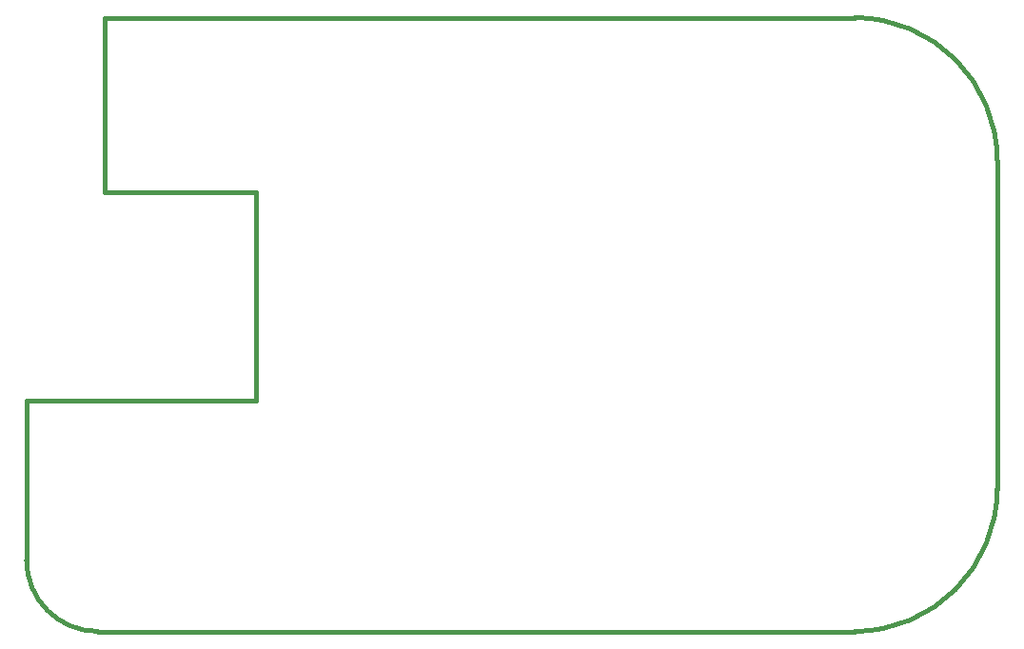
<source format=gbr>
G04 (created by PCBNEW (2013-05-31 BZR 4019)-stable) date 6/26/2014 3:48:14 PM*
%MOIN*%
G04 Gerber Fmt 3.4, Leading zero omitted, Abs format*
%FSLAX34Y34*%
G01*
G70*
G90*
G04 APERTURE LIST*
%ADD10C,0.00590551*%
%ADD11C,0.015*%
G04 APERTURE END LIST*
G54D10*
G54D11*
X-2700Y2500D02*
X-28950Y2500D01*
X-28950Y-3600D02*
X-23650Y-3600D01*
X-28950Y2500D02*
X-28950Y-3600D01*
X-31700Y-10900D02*
X-31700Y-16000D01*
X-31700Y-10900D02*
X-23650Y-10900D01*
X-23650Y-10900D02*
X-23650Y-3600D01*
X-31700Y-16500D02*
X-31700Y-16000D01*
X-2700Y-19000D02*
X-29200Y-19000D01*
X2300Y-14000D02*
X2300Y-2500D01*
X-2700Y-19000D02*
G75*
G03X2300Y-14000I0J5000D01*
G74*
G01*
X2300Y-2500D02*
G75*
G03X-2700Y2500I-5000J0D01*
G74*
G01*
X-31700Y-16500D02*
G75*
G03X-29200Y-19000I2500J0D01*
G74*
G01*
M02*

</source>
